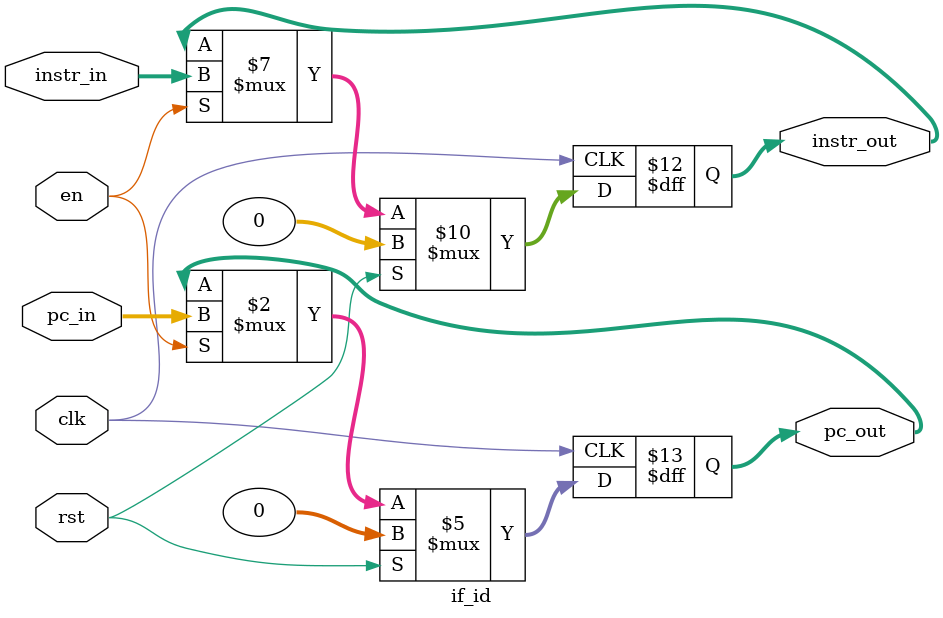
<source format=v>
module if_id #(
    parameter D_WIDTH = 32,
    parameter A_WIDTH = 32
)
(
    input                   clk,
    input                   rst,
    input                   en,

    input  [D_WIDTH-1:0]    instr_in,
    input  [A_WIDTH-1:0]    pc_in,

    output reg [D_WIDTH-1:0] instr_out,
    output reg [A_WIDTH-1:0] pc_out
);

    always @(posedge clk)
    begin
        if (rst) 
        begin
            instr_out <= 32'h00000000;
            pc_out    <= 32'b0;
        end
        else if (en) 
        begin
            instr_out <= instr_in;
            pc_out    <= pc_in;
        end
    end
endmodule

</source>
